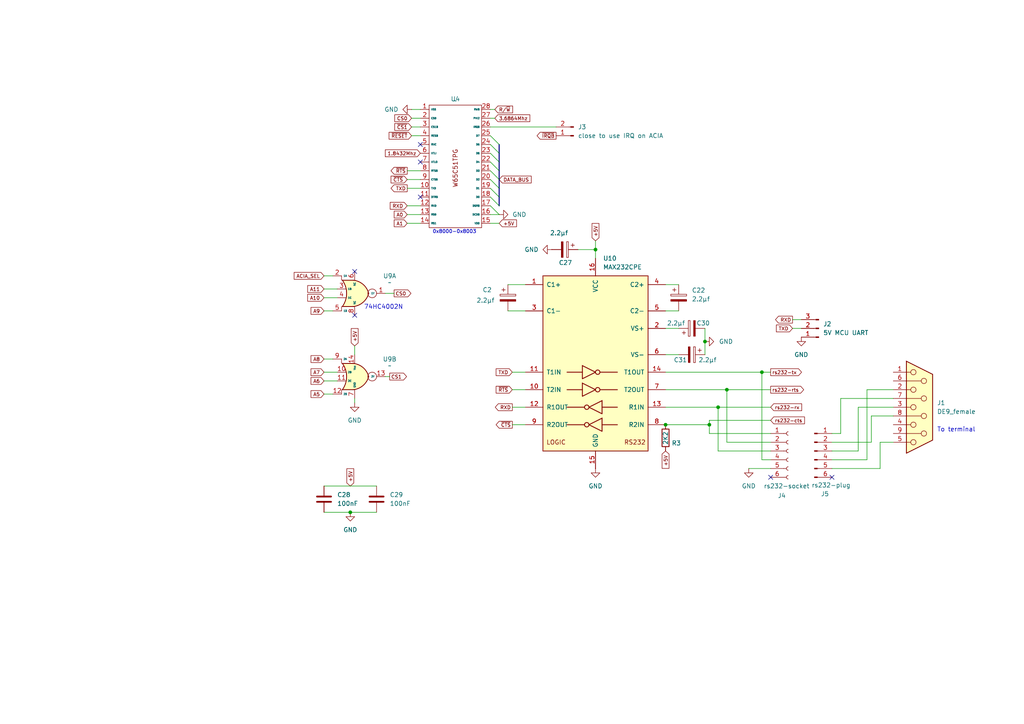
<source format=kicad_sch>
(kicad_sch (version 20231120) (generator "eeschema") (generator_version "8.0")
  (paper "A4")
  (lib_symbols
    (symbol "Connector:Conn_01x02_Pin" (pin_names (offset 1.016) hide)
      (property "Reference" "J" (at 0 2.54 0))
      (property "Value" "Conn_01x02_Pin" (at 0 -5.08 0))
      (symbol "Conn_01x02_Pin_1_1"
        (polyline (pts (xy 1.27 -2.54) (xy 0.8636 -2.54)) (stroke (width 0.1524)))
        (polyline (pts (xy 1.27 0) (xy 0.8636 0)) (stroke (width 0.1524)))
        (rectangle (start 0.8636 -2.413) (end 0 -2.667) (stroke (width 0.1524)) (fill (type outline)))
        (rectangle (start 0.8636 0.127) (end 0 -0.127) (stroke (width 0.1524)) (fill (type outline)))
        (pin passive line (at 5.08 0 180) (length 3.81) (name "Pin_1") (number "1"))
        (pin passive line (at 5.08 -2.54 180) (length 3.81) (name "Pin_2") (number "2"))
      )
    )
    (symbol "Connector:Conn_01x03_Pin" (pin_names (offset 1.016) hide)
      (property "Reference" "J" (at 0 5.08 0))
      (property "Value" "Conn_01x03_Pin" (at 0 -5.08 0))
      (symbol "Conn_01x03_Pin_1_1"
        (polyline (pts (xy 1.27 -2.54) (xy 0.8636 -2.54)) (stroke (width 0.1524)))
        (polyline (pts (xy 1.27 0) (xy 0.8636 0)) (stroke (width 0.1524)))
        (polyline (pts (xy 1.27 2.54) (xy 0.8636 2.54)) (stroke (width 0.1524)))
        (rectangle (start 0.8636 -2.413) (end 0 -2.667) (stroke (width 0.1524)) (fill (type outline)))
        (rectangle (start 0.8636 0.127) (end 0 -0.127) (stroke (width 0.1524)) (fill (type outline)))
        (rectangle (start 0.8636 2.667) (end 0 2.413) (stroke (width 0.1524)) (fill (type outline)))
        (pin passive line (at 5.08 2.54 180) (length 3.81) (name "Pin_1") (number "1"))
        (pin passive line (at 5.08 0 180) (length 3.81) (name "Pin_2") (number "2"))
        (pin passive line (at 5.08 -2.54 180) (length 3.81) (name "Pin_3") (number "3"))
      )
    )
    (symbol "Connector:Conn_01x06_Pin" (pin_names (offset 1.016) hide)
      (property "Reference" "J" (at 0 7.62 0))
      (property "Value" "Conn_01x06_Pin" (at 0 -10.16 0))
      (symbol "Conn_01x06_Pin_1_1"
        (polyline (pts (xy 1.27 -7.62) (xy 0.8636 -7.62)) (stroke (width 0.1524)))
        (polyline (pts (xy 1.27 -5.08) (xy 0.8636 -5.08)) (stroke (width 0.1524)))
        (polyline (pts (xy 1.27 -2.54) (xy 0.8636 -2.54)) (stroke (width 0.1524)))
        (polyline (pts (xy 1.27 0) (xy 0.8636 0)) (stroke (width 0.1524)))
        (polyline (pts (xy 1.27 2.54) (xy 0.8636 2.54)) (stroke (width 0.1524)))
        (polyline (pts (xy 1.27 5.08) (xy 0.8636 5.08)) (stroke (width 0.1524)))
        (rectangle (start 0.8636 -7.493) (end 0 -7.747) (stroke (width 0.1524)) (fill (type outline)))
        (rectangle (start 0.8636 -4.953) (end 0 -5.207) (stroke (width 0.1524)) (fill (type outline)))
        (rectangle (start 0.8636 -2.413) (end 0 -2.667) (stroke (width 0.1524)) (fill (type outline)))
        (rectangle (start 0.8636 0.127) (end 0 -0.127) (stroke (width 0.1524)) (fill (type outline)))
        (rectangle (start 0.8636 2.667) (end 0 2.413) (stroke (width 0.1524)) (fill (type outline)))
        (rectangle (start 0.8636 5.207) (end 0 4.953) (stroke (width 0.1524)) (fill (type outline)))
        (pin passive line (at 5.08 5.08 180) (length 3.81) (name "Pin_1") (number "1"))
        (pin passive line (at 5.08 2.54 180) (length 3.81) (name "Pin_2") (number "2"))
        (pin passive line (at 5.08 0 180) (length 3.81) (name "Pin_3") (number "3"))
        (pin passive line (at 5.08 -2.54 180) (length 3.81) (name "Pin_4") (number "4"))
        (pin passive line (at 5.08 -5.08 180) (length 3.81) (name "Pin_5") (number "5"))
        (pin passive line (at 5.08 -7.62 180) (length 3.81) (name "Pin_6") (number "6"))
      )
    )
    (symbol "Connector:Conn_01x06_Socket" (pin_names (offset 1.016) hide)
      (property "Reference" "J" (at 0 7.62 0))
      (property "Value" "Conn_01x06_Socket" (at 0 -10.16 0))
      (symbol "Conn_01x06_Socket_1_1"
        (arc (start 0 -7.112) (mid -0.5058 -7.62) (end 0 -8.128) (stroke (width 0.1524)))
        (arc (start 0 -4.572) (mid -0.5058 -5.08) (end 0 -5.588) (stroke (width 0.1524)))
        (arc (start 0 -2.032) (mid -0.5058 -2.54) (end 0 -3.048) (stroke (width 0.1524)))
        (polyline (pts (xy -1.27 -7.62) (xy -0.508 -7.62)) (stroke (width 0.1524)))
        (polyline (pts (xy -1.27 -5.08) (xy -0.508 -5.08)) (stroke (width 0.1524)))
        (polyline (pts (xy -1.27 -2.54) (xy -0.508 -2.54)) (stroke (width 0.1524)))
        (polyline (pts (xy -1.27 0) (xy -0.508 0)) (stroke (width 0.1524)))
        (polyline (pts (xy -1.27 2.54) (xy -0.508 2.54)) (stroke (width 0.1524)))
        (polyline (pts (xy -1.27 5.08) (xy -0.508 5.08)) (stroke (width 0.1524)))
        (arc (start 0 0.508) (mid -0.5058 0) (end 0 -0.508) (stroke (width 0.1524)))
        (arc (start 0 3.048) (mid -0.5058 2.54) (end 0 2.032) (stroke (width 0.1524)))
        (arc (start 0 5.588) (mid -0.5058 5.08) (end 0 4.572) (stroke (width 0.1524)))
        (pin passive line (at -5.08 5.08 0) (length 3.81) (name "Pin_1") (number "1"))
        (pin passive line (at -5.08 2.54 0) (length 3.81) (name "Pin_2") (number "2"))
        (pin passive line (at -5.08 0 0) (length 3.81) (name "Pin_3") (number "3"))
        (pin passive line (at -5.08 -2.54 0) (length 3.81) (name "Pin_4") (number "4"))
        (pin passive line (at -5.08 -5.08 0) (length 3.81) (name "Pin_5") (number "5"))
        (pin passive line (at -5.08 -7.62 0) (length 3.81) (name "Pin_6") (number "6"))
      )
    )
    (symbol "Connector:DE9_Receptacle" (pin_names (offset 1.016) hide)
      (property "Reference" "J" (at 0 13.97 0))
      (property "Value" "DE9_Receptacle" (at 0 -14.605 0))
      (symbol "DE9_Receptacle_0_1"
        (circle (center -1.778 -10.16) (radius 0.762))
        (circle (center -1.778 -5.08) (radius 0.762))
        (circle (center -1.778 0) (radius 0.762))
        (circle (center -1.778 5.08) (radius 0.762))
        (circle (center -1.778 10.16) (radius 0.762))
        (polyline (pts (xy -3.81 -10.16) (xy -2.54 -10.16)))
        (polyline (pts (xy -3.81 -7.62) (xy 0.508 -7.62)))
        (polyline (pts (xy -3.81 -5.08) (xy -2.54 -5.08)))
        (polyline (pts (xy -3.81 -2.54) (xy 0.508 -2.54)))
        (polyline (pts (xy -3.81 0) (xy -2.54 0)))
        (polyline (pts (xy -3.81 2.54) (xy 0.508 2.54)))
        (polyline (pts (xy -3.81 5.08) (xy -2.54 5.08)))
        (polyline (pts (xy -3.81 7.62) (xy 0.508 7.62)))
        (polyline (pts (xy -3.81 10.16) (xy -2.54 10.16)))
        (polyline (pts (xy -3.81 13.335) (xy -3.81 -13.335) (xy 3.81 -9.525) (xy 3.81 9.525) (xy -3.81 13.335)) (stroke (width 0.254)) (fill (type background)))
        (circle (center 1.27 -7.62) (radius 0.762))
        (circle (center 1.27 -2.54) (radius 0.762))
        (circle (center 1.27 2.54) (radius 0.762))
        (circle (center 1.27 7.62) (radius 0.762))
      )
      (symbol "DE9_Receptacle_1_1"
        (pin passive line (at -7.62 10.16 0) (length 3.81) (name "1") (number "1"))
        (pin passive line (at -7.62 5.08 0) (length 3.81) (name "2") (number "2"))
        (pin passive line (at -7.62 0 0) (length 3.81) (name "3") (number "3"))
        (pin passive line (at -7.62 -5.08 0) (length 3.81) (name "4") (number "4"))
        (pin passive line (at -7.62 -10.16 0) (length 3.81) (name "5") (number "5"))
        (pin passive line (at -7.62 7.62 0) (length 3.81) (name "6") (number "6"))
        (pin passive line (at -7.62 2.54 0) (length 3.81) (name "7") (number "7"))
        (pin passive line (at -7.62 -2.54 0) (length 3.81) (name "8") (number "8"))
        (pin passive line (at -7.62 -7.62 0) (length 3.81) (name "9") (number "9"))
      )
    )
    (symbol "Device:C" (pin_numbers hide) (pin_names (offset 0.254))
      (property "Reference" "C" (at 0.635 2.54 0))
      (property "Value" "C" (at 0.635 -2.54 0))
      (symbol "C_0_1"
        (polyline (pts (xy -2.032 -0.762) (xy 2.032 -0.762)) (stroke (width 0.508)))
        (polyline (pts (xy -2.032 0.762) (xy 2.032 0.762)) (stroke (width 0.508)))
      )
      (symbol "C_1_1"
        (pin passive line (at 0 3.81 270) (length 2.794) (name "~") (number "1"))
        (pin passive line (at 0 -3.81 90) (length 2.794) (name "~") (number "2"))
      )
    )
    (symbol "Device:C_Polarized" (pin_numbers hide) (pin_names (offset 0.254))
      (property "Reference" "C" (at 0.635 2.54 0))
      (property "Value" "C_Polarized" (at 0.635 -2.54 0))
      (symbol "C_Polarized_0_1"
        (rectangle (start -2.286 0.508) (end 2.286 1.016))
        (polyline (pts (xy -1.778 2.286) (xy -0.762 2.286)))
        (polyline (pts (xy -1.27 2.794) (xy -1.27 1.778)))
        (rectangle (start 2.286 -0.508) (end -2.286 -1.016) (fill (type outline)))
      )
      (symbol "C_Polarized_1_1"
        (pin passive line (at 0 3.81 270) (length 2.794) (name "~") (number "1"))
        (pin passive line (at 0 -3.81 90) (length 2.794) (name "~") (number "2"))
      )
    )
    (symbol "Device:R" (pin_numbers hide) (pin_names (offset 0))
      (property "Reference" "R" (at 2.032 0 90))
      (property "Value" "R" (at 0 0 90))
      (symbol "R_0_1"
        (rectangle (start -1.016 -2.54) (end 1.016 2.54) (stroke (width 0.254)))
      )
      (symbol "R_1_1"
        (pin passive line (at 0 3.81 270) (length 1.27) (name "~") (number "1"))
        (pin passive line (at 0 -3.81 90) (length 1.27) (name "~") (number "2"))
      )
    )
    (symbol "Interface_UART:MAX232" (pin_names (offset 1.016))
      (property "Reference" "U" (at -2.54 28.575 0))
      (property "Value" "MAX232" (at -2.54 26.67 0))
      (symbol "MAX232_0_0"
        (text "LOGIC" (at -11.43 -22.86 0) (effects (font (size 1.27 1.27))))
        (text "RS232" (at 11.43 -22.86 0) (effects (font (size 1.27 1.27))))
      )
      (symbol "MAX232_0_1"
        (rectangle (start -15.24 -25.4) (end 15.24 25.4) (stroke (width 0.254)) (fill (type background)))
        (circle (center -2.54 -17.78) (radius 0.635) (stroke (width 0.254)))
        (circle (center -2.54 -12.7) (radius 0.635) (stroke (width 0.254)))
        (polyline (pts (xy -3.81 -7.62) (xy -8.255 -7.62)) (stroke (width 0.254)))
        (polyline (pts (xy -3.81 -2.54) (xy -8.255 -2.54)) (stroke (width 0.254)))
        (polyline (pts (xy -3.175 -17.78) (xy -8.255 -17.78)) (stroke (width 0.254)))
        (polyline (pts (xy -3.175 -12.7) (xy -8.255 -12.7)) (stroke (width 0.254)))
        (polyline (pts (xy 1.27 -7.62) (xy 6.35 -7.62)) (stroke (width 0.254)))
        (polyline (pts (xy 1.27 -2.54) (xy 6.35 -2.54)) (stroke (width 0.254)))
        (polyline (pts (xy 1.905 -17.78) (xy 6.35 -17.78)) (stroke (width 0.254)))
        (polyline (pts (xy 1.905 -12.7) (xy 6.35 -12.7)) (stroke (width 0.254)))
        (polyline (pts (xy -3.81 -5.715) (xy -3.81 -9.525) (xy 0 -7.62) (xy -3.81 -5.715)) (stroke (width 0.254)))
        (polyline (pts (xy -3.81 -0.635) (xy -3.81 -4.445) (xy 0 -2.54) (xy -3.81 -0.635)) (stroke (width 0.254)))
        (polyline (pts (xy 1.905 -15.875) (xy 1.905 -19.685) (xy -1.905 -17.78) (xy 1.905 -15.875)) (stroke (width 0.254)))
        (polyline (pts (xy 1.905 -10.795) (xy 1.905 -14.605) (xy -1.905 -12.7) (xy 1.905 -10.795)) (stroke (width 0.254)))
        (circle (center 0.635 -7.62) (radius 0.635) (stroke (width 0.254)))
        (circle (center 0.635 -2.54) (radius 0.635) (stroke (width 0.254)))
      )
      (symbol "MAX232_1_1"
        (pin passive line (at -20.32 22.86 0) (length 5.08) (name "C1+") (number "1"))
        (pin input line (at -20.32 -7.62 0) (length 5.08) (name "T2IN") (number "10"))
        (pin input line (at -20.32 -2.54 0) (length 5.08) (name "T1IN") (number "11"))
        (pin output line (at -20.32 -12.7 0) (length 5.08) (name "R1OUT") (number "12"))
        (pin input line (at 20.32 -12.7 180) (length 5.08) (name "R1IN") (number "13"))
        (pin output line (at 20.32 -2.54 180) (length 5.08) (name "T1OUT") (number "14"))
        (pin power_in line (at 0 -30.48 90) (length 5.08) (name "GND") (number "15"))
        (pin power_in line (at 0 30.48 270) (length 5.08) (name "VCC") (number "16"))
        (pin power_out line (at 20.32 10.16 180) (length 5.08) (name "VS+") (number "2"))
        (pin passive line (at -20.32 15.24 0) (length 5.08) (name "C1-") (number "3"))
        (pin passive line (at 20.32 22.86 180) (length 5.08) (name "C2+") (number "4"))
        (pin passive line (at 20.32 15.24 180) (length 5.08) (name "C2-") (number "5"))
        (pin power_out line (at 20.32 2.54 180) (length 5.08) (name "VS-") (number "6"))
        (pin output line (at 20.32 -7.62 180) (length 5.08) (name "T2OUT") (number "7"))
        (pin input line (at 20.32 -17.78 180) (length 5.08) (name "R2IN") (number "8"))
        (pin output line (at -20.32 -17.78 0) (length 5.08) (name "R2OUT") (number "9"))
      )
    )
    (symbol "W65Cxx:W65C51STPG"
      (property "Reference" "U" (at -1.27 18.796 0))
      (symbol "W65C51STPG_0_1"
        (rectangle (start -7.62 17.78) (end 7.62 -17.78))
      )
      (symbol "W65C51STPG_1_1"
        (text "W65C51TPG" (at 0 -0.508 900) (effects (font (size 1.27 1.27))))
        (pin power_in line (at -10.16 16.51 0) (length 2.54) (name "VSS") (number "1"))
        (pin output line (at -10.16 -6.35 0) (length 2.54) (name "TXD") (number "10"))
        (pin output line (at -10.16 -8.89 0) (length 2.54) (name "DTRB") (number "11"))
        (pin input line (at -10.16 -11.43 0) (length 2.54) (name "RXD") (number "12"))
        (pin input line (at -10.16 -13.97 0) (length 2.54) (name "RS0") (number "13"))
        (pin input line (at -10.16 -16.51 0) (length 2.54) (name "RS1") (number "14"))
        (pin power_in line (at 10.16 -16.51 180) (length 2.54) (name "VDD") (number "15"))
        (pin input line (at 10.16 -13.97 180) (length 2.54) (name "DCDB") (number "16"))
        (pin input line (at 10.16 -11.43 180) (length 2.54) (name "DSRB") (number "17"))
        (pin bidirectional line (at 10.16 -8.89 180) (length 2.54) (name "D0") (number "18"))
        (pin bidirectional line (at 10.16 -6.35 180) (length 2.54) (name "D1") (number "19"))
        (pin input line (at -10.16 13.97 0) (length 2.54) (name "CS0") (number "2"))
        (pin bidirectional line (at 10.16 -3.81 180) (length 2.54) (name "D2") (number "20"))
        (pin bidirectional line (at 10.16 -1.27 180) (length 2.54) (name "D3") (number "21"))
        (pin bidirectional line (at 10.16 1.27 180) (length 2.54) (name "D4") (number "22"))
        (pin bidirectional line (at 10.16 3.81 180) (length 2.54) (name "D5") (number "23"))
        (pin bidirectional line (at 10.16 6.35 180) (length 2.54) (name "D6") (number "24"))
        (pin bidirectional line (at 10.16 8.89 180) (length 2.54) (name "D7") (number "25"))
        (pin output line (at 10.16 11.43 180) (length 2.54) (name "IRQB") (number "26"))
        (pin input line (at 10.16 13.97 180) (length 2.54) (name "PHI2") (number "27"))
        (pin input line (at 10.16 16.51 180) (length 2.54) (name "RWB") (number "28"))
        (pin input line (at -10.16 11.43 0) (length 2.54) (name "CS1B") (number "3"))
        (pin input line (at -10.16 8.89 0) (length 2.54) (name "RESB") (number "4"))
        (pin bidirectional line (at -10.16 6.35 0) (length 2.54) (name "RXC") (number "5"))
        (pin input line (at -10.16 3.81 0) (length 2.54) (name "XTLI") (number "6"))
        (pin output line (at -10.16 1.27 0) (length 2.54) (name "XTLO") (number "7"))
        (pin output line (at -10.16 -1.27 0) (length 2.54) (name "RTSB") (number "8"))
        (pin input line (at -10.16 -3.81 0) (length 2.54) (name "CTSB") (number "9"))
      )
    )
    (symbol "logic_gate:CD74HC4002"
      (property "Reference" "U" (at -0.762 7.62 0))
      (symbol "CD74HC4002_1_1"
        (arc (start -3.5562 3.81) (mid -2.3352 7.62) (end -3.5562 11.43) (stroke (width 0.254)))
        (arc (start -0.3558 3.81) (mid 2.4393 5.036) (end 4.0638 7.62) (stroke (width 0.254)) (fill (type background)))
        (polyline (pts (xy -3.81 3.81) (xy -3.81 2.54)))
        (polyline (pts (xy -3.81 11.43) (xy -3.81 12.7)))
        (polyline (pts (xy -3.5562 3.81) (xy -0.3812 3.81)) (stroke (width 0.254)) (fill (type background)))
        (polyline (pts (xy -3.5562 11.43) (xy -0.3812 11.43)) (stroke (width 0.254)) (fill (type background)))
        (polyline (pts (xy -0.3812 11.43) (xy -3.5562 11.43) (xy -3.5562 11.43) (xy -3.3022 11.0236) (xy -2.7688 9.8806) (xy -2.4386 8.6614) (xy -2.3624 7.366) (xy -2.5148 6.1214) (xy -2.9212 4.9022) (xy -3.5562 3.81) (xy -3.5562 3.81) (xy -0.3812 3.81)) (stroke (width -25.4)) (fill (type background)))
        (arc (start 4.0638 7.62) (mid 2.4466 10.2125) (end -0.3558 11.43) (stroke (width 0.254)) (fill (type background)))
        (circle (center 5.08 7.62) (radius 1.27))
        (pin output line (at 8.89 7.62 180) (length 2.54) (name "1Y") (number "1"))
        (pin input line (at -6.35 12.7 0) (length 2.54) (name "1A") (number "2"))
        (pin input line (at -5.08 8.89 0) (length 2.54) (name "1B") (number "3"))
        (pin input line (at -5.08 6.35 0) (length 2.54) (name "1C") (number "4"))
        (pin input line (at -6.35 2.54 0) (length 2.54) (name "1D") (number "5"))
        (pin free line (at 0 13.97 270) (length 2.54) (name "NC") (number "6"))
        (pin free line (at 0 1.27 90) (length 2.54) (name "NC") (number "8"))
      )
      (symbol "CD74HC4002_2_1"
        (arc (start -3.5562 -15.24) (mid -2.3352 -11.43) (end -3.5562 -7.62) (stroke (width 0.254)))
        (arc (start -0.3558 -15.24) (mid 2.4393 -14.014) (end 4.0638 -11.43) (stroke (width 0.254)) (fill (type background)))
        (polyline (pts (xy -3.81 -15.24) (xy -3.81 -16.51)))
        (polyline (pts (xy -3.81 -7.62) (xy -3.81 -6.35)))
        (polyline (pts (xy -3.5562 -15.24) (xy -0.3812 -15.24)) (stroke (width 0.254)) (fill (type background)))
        (polyline (pts (xy -3.5562 -7.62) (xy -0.3812 -7.62)) (stroke (width 0.254)) (fill (type background)))
        (polyline (pts (xy -0.3812 -7.62) (xy -3.5562 -7.62) (xy -3.5562 -7.62) (xy -3.3022 -8.0264) (xy -2.7688 -9.1694) (xy -2.4386 -10.3886) (xy -2.3624 -11.684) (xy -2.5148 -12.9286) (xy -2.9212 -14.1478) (xy -3.5562 -15.24) (xy -3.5562 -15.24) (xy -0.3812 -15.24)) (stroke (width -25.4)) (fill (type background)))
        (arc (start 4.0638 -11.43) (mid 2.4466 -8.8375) (end -0.3558 -7.62) (stroke (width 0.254)) (fill (type background)))
        (circle (center 5.08 -11.43) (radius 1.27))
        (pin input line (at -5.08 -10.16 0) (length 2.54) (name "2B") (number "10"))
        (pin input line (at -5.08 -12.7 0) (length 2.54) (name "2C") (number "11"))
        (pin input line (at -6.35 -16.51 0) (length 2.54) (name "2D") (number "12"))
        (pin output line (at 8.89 -11.43 180) (length 2.54) (name "2Y") (number "13"))
        (pin power_in line (at 0 -5.08 270) (length 2.54) (name "Vcc") (number "14"))
        (pin power_in line (at 0 -17.78 90) (length 2.54) (name "GND") (number "7"))
        (pin input line (at -6.35 -6.35 0) (length 2.54) (name "2A") (number "9"))
      )
    )
    (symbol "power:GND" (power) (pin_numbers hide) (pin_names (offset 0) hide)
      (property "Value" "GND" (at 0 -3.81 0))
      (symbol "GND_0_1"
        (polyline (pts (xy 0 0) (xy 0 -1.27) (xy 1.27 -1.27) (xy 0 -2.54) (xy -1.27 -1.27) (xy 0 -1.27)))
      )
      (symbol "GND_1_1"
        (pin power_in line (at 0 0 270) (length 0) (name "~") (number "1"))
      )
    )
  )
  (junction (at 208.28 118.11))
  (junction (at 205.74 123.19))
  (junction (at 210.82 113.03))
  (junction (at 220.98 107.95))
  (junction (at 172.72 72.39))
  (junction (at 204.47 99.06))
  (junction (at 101.6 148.59))
  (junction (at 193.04 123.19))
  (no_connect (at 241.3 138.43))
  (no_connect (at 121.92 57.15))
  (no_connect (at 102.87 91.44))
  (no_connect (at 102.87 78.74))
  (no_connect (at 121.92 46.99))
  (no_connect (at 121.92 41.91))
  (no_connect (at 223.52 138.43))
  (bus_entry (at 142.24 49.53) (size 2.54 2.54))
  (bus_entry (at 142.24 44.45) (size 2.54 2.54))
  (bus_entry (at 142.24 59.69) (size 2.54 2.54))
  (bus_entry (at 142.24 57.15) (size 2.54 2.54))
  (bus_entry (at 142.24 54.61) (size 2.54 2.54))
  (bus_entry (at 142.24 41.91) (size 2.54 2.54))
  (bus_entry (at 142.24 39.37) (size 2.54 2.54))
  (bus_entry (at 142.24 46.99) (size 2.54 2.54))
  (bus_entry (at 142.24 52.07) (size 2.54 2.54))
  (wire (pts (xy 93.98 140.97) (xy 109.22 140.97)))
  (wire (pts (xy 193.04 102.87) (xy 196.85 102.87)))
  (wire (pts (xy 223.52 133.35) (xy 220.98 133.35)))
  (wire (pts (xy 119.38 39.37) (xy 121.92 39.37)))
  (wire (pts (xy 93.98 80.01) (xy 96.52 80.01)))
  (wire (pts (xy 205.74 125.73) (xy 223.52 125.73)))
  (wire (pts (xy 241.3 133.35) (xy 251.46 133.35)))
  (wire (pts (xy 93.98 114.3) (xy 96.52 114.3)))
  (wire (pts (xy 93.98 104.14) (xy 96.52 104.14)))
  (wire (pts (xy 251.46 133.35) (xy 251.46 113.03)))
  (wire (pts (xy 243.84 125.73) (xy 241.3 125.73)))
  (wire (pts (xy 193.04 123.19) (xy 205.74 123.19)))
  (wire (pts (xy 147.32 90.17) (xy 152.4 90.17)))
  (bus (pts (xy 144.78 54.61) (xy 144.78 57.15)))
  (wire (pts (xy 259.08 128.27) (xy 255.27 128.27)))
  (wire (pts (xy 148.59 118.11) (xy 152.4 118.11)))
  (wire (pts (xy 248.92 118.11) (xy 259.08 118.11)))
  (wire (pts (xy 193.04 82.55) (xy 196.85 82.55)))
  (wire (pts (xy 118.11 49.53) (xy 121.92 49.53)))
  (wire (pts (xy 118.11 62.23) (xy 121.92 62.23)))
  (wire (pts (xy 118.11 54.61) (xy 121.92 54.61)))
  (wire (pts (xy 142.24 64.77) (xy 144.78 64.77)))
  (wire (pts (xy 119.38 31.75) (xy 121.92 31.75)))
  (wire (pts (xy 172.72 72.39) (xy 172.72 74.93)))
  (wire (pts (xy 93.98 90.17) (xy 96.52 90.17)))
  (wire (pts (xy 248.92 118.11) (xy 248.92 130.81)))
  (wire (pts (xy 193.04 95.25) (xy 196.85 95.25)))
  (wire (pts (xy 93.98 107.95) (xy 97.79 107.95)))
  (wire (pts (xy 93.98 86.36) (xy 97.79 86.36)))
  (wire (pts (xy 102.87 100.33) (xy 102.87 102.87)))
  (wire (pts (xy 251.46 113.03) (xy 259.08 113.03)))
  (wire (pts (xy 255.27 128.27) (xy 255.27 135.89)))
  (wire (pts (xy 119.38 34.29) (xy 121.92 34.29)))
  (wire (pts (xy 142.24 34.29) (xy 143.51 34.29)))
  (wire (pts (xy 205.74 123.19) (xy 205.74 125.73)))
  (wire (pts (xy 142.24 62.23) (xy 144.78 62.23)))
  (wire (pts (xy 223.52 121.92) (xy 205.74 121.92)))
  (wire (pts (xy 93.98 83.82) (xy 97.79 83.82)))
  (bus (pts (xy 144.78 57.15) (xy 144.78 59.69)))
  (wire (pts (xy 208.28 118.11) (xy 223.52 118.11)))
  (wire (pts (xy 93.98 110.49) (xy 97.79 110.49)))
  (bus (pts (xy 144.78 46.99) (xy 144.78 49.53)))
  (wire (pts (xy 142.24 31.75) (xy 143.51 31.75)))
  (wire (pts (xy 167.64 72.39) (xy 172.72 72.39)))
  (wire (pts (xy 210.82 113.03) (xy 210.82 128.27)))
  (wire (pts (xy 204.47 95.25) (xy 204.47 99.06)))
  (wire (pts (xy 243.84 115.57) (xy 243.84 125.73)))
  (wire (pts (xy 210.82 113.03) (xy 223.52 113.03)))
  (bus (pts (xy 144.78 44.45) (xy 144.78 46.99)))
  (wire (pts (xy 259.08 115.57) (xy 243.84 115.57)))
  (wire (pts (xy 210.82 128.27) (xy 223.52 128.27)))
  (bus (pts (xy 144.78 41.91) (xy 144.78 44.45)))
  (wire (pts (xy 111.76 109.22) (xy 113.03 109.22)))
  (bus (pts (xy 144.78 49.53) (xy 144.78 52.07)))
  (wire (pts (xy 204.47 99.06) (xy 204.47 102.87)))
  (wire (pts (xy 205.74 121.92) (xy 205.74 123.19)))
  (wire (pts (xy 193.04 90.17) (xy 196.85 90.17)))
  (wire (pts (xy 220.98 133.35) (xy 220.98 107.95)))
  (wire (pts (xy 119.38 36.83) (xy 121.92 36.83)))
  (wire (pts (xy 118.11 59.69) (xy 121.92 59.69)))
  (wire (pts (xy 229.87 92.71) (xy 232.41 92.71)))
  (wire (pts (xy 93.98 148.59) (xy 101.6 148.59)))
  (wire (pts (xy 101.6 148.59) (xy 109.22 148.59)))
  (wire (pts (xy 193.04 118.11) (xy 208.28 118.11)))
  (wire (pts (xy 102.87 115.57) (xy 102.87 116.84)))
  (wire (pts (xy 208.28 118.11) (xy 208.28 130.81)))
  (wire (pts (xy 142.24 36.83) (xy 161.29 36.83)))
  (wire (pts (xy 252.73 120.65) (xy 252.73 128.27)))
  (wire (pts (xy 147.32 82.55) (xy 152.4 82.55)))
  (wire (pts (xy 248.92 130.81) (xy 241.3 130.81)))
  (wire (pts (xy 193.04 113.03) (xy 210.82 113.03)))
  (wire (pts (xy 172.72 69.85) (xy 172.72 72.39)))
  (wire (pts (xy 118.11 52.07) (xy 121.92 52.07)))
  (wire (pts (xy 148.59 123.19) (xy 152.4 123.19)))
  (wire (pts (xy 193.04 107.95) (xy 220.98 107.95)))
  (wire (pts (xy 118.11 64.77) (xy 121.92 64.77)))
  (wire (pts (xy 252.73 128.27) (xy 241.3 128.27)))
  (wire (pts (xy 148.59 113.03) (xy 152.4 113.03)))
  (wire (pts (xy 259.08 120.65) (xy 252.73 120.65)))
  (wire (pts (xy 229.87 95.25) (xy 232.41 95.25)))
  (wire (pts (xy 208.28 130.81) (xy 223.52 130.81)))
  (wire (pts (xy 217.17 135.89) (xy 223.52 135.89)))
  (wire (pts (xy 111.76 85.09) (xy 114.3 85.09)))
  (wire (pts (xy 255.27 135.89) (xy 241.3 135.89)))
  (wire (pts (xy 148.59 107.95) (xy 152.4 107.95)))
  (wire (pts (xy 220.98 107.95) (xy 223.52 107.95)))
  (bus (pts (xy 144.78 52.07) (xy 144.78 54.61)))
  (text "To terminal" (at 277.368 124.714 0) (effects (font (size 1.27 1.27))))
  (text "74HC4002N" (at 111.252 89.154 0) (effects (font (size 1.27 1.27))))
  (text "0x8000-0x8003" (at 131.826 67.31 0) (effects (font (size 1.016 1.016))))
  (global_label "TXD" (shape input) (at 148.59 107.95 180) (effects (font (size 1.016 1.016))) (property "Intersheetrefs" "${INTERSHEET_REFS}" (effects (hide yes))))
  (global_label "+5V" (shape input) (at 102.87 100.33 90) (effects (font (size 1.016 1.016))) (property "Intersheetrefs" "${INTERSHEET_REFS}" (effects (hide yes))))
  (global_label "rs232-rx" (shape input) (at 223.52 118.11 0) (effects (font (size 1.016 1.016))) (property "Intersheetrefs" "${INTERSHEET_REFS}" (effects (hide yes))))
  (global_label "A6" (shape input) (at 93.98 110.49 180) (effects (font (size 1.016 1.016))) (property "Intersheetrefs" "${INTERSHEET_REFS}" (effects (hide yes))))
  (global_label "A7" (shape input) (at 93.98 107.95 180) (effects (font (size 1.016 1.016))) (property "Intersheetrefs" "${INTERSHEET_REFS}" (effects (hide yes))))
  (global_label "1.8432Mhz" (shape input) (at 121.92 44.45 180) (effects (font (size 1.016 1.016))) (property "Intersheetrefs" "${INTERSHEET_REFS}" (effects (hide yes))))
  (global_label "RXD" (shape output) (at 148.59 118.11 180) (effects (font (size 1.016 1.016))) (property "Intersheetrefs" "${INTERSHEET_REFS}" (effects (hide yes))))
  (global_label "~{RTS}" (shape output) (at 118.11 49.53 180) (effects (font (size 1.016 1.016))) (property "Intersheetrefs" "${INTERSHEET_REFS}" (effects (hide yes))))
  (global_label "TXD" (shape output) (at 118.11 54.61 180) (effects (font (size 1.016 1.016))) (property "Intersheetrefs" "${INTERSHEET_REFS}" (effects (hide yes))))
  (global_label "~{RESET}" (shape input) (at 119.38 39.37 180) (effects (font (size 1.016 1.016))) (property "Intersheetrefs" "${INTERSHEET_REFS}" (effects (hide yes))))
  (global_label "+5V" (shape input) (at 144.78 64.77 0) (effects (font (size 1.016 1.016))) (property "Intersheetrefs" "${INTERSHEET_REFS}" (effects (hide yes))))
  (global_label "rs232-cts" (shape input) (at 223.52 121.92 0) (effects (font (size 1.016 1.016))) (property "Intersheetrefs" "${INTERSHEET_REFS}" (effects (hide yes))))
  (global_label "R{slash}~{W}" (shape input) (at 143.51 31.75 0) (effects (font (size 1.016 1.016))) (property "Intersheetrefs" "${INTERSHEET_REFS}" (effects (hide yes))))
  (global_label "~{CTS}" (shape output) (at 148.59 123.19 180) (effects (font (size 1.016 1.016))) (property "Intersheetrefs" "${INTERSHEET_REFS}" (effects (hide yes))))
  (global_label "RXD" (shape input) (at 118.11 59.69 180) (effects (font (size 1.016 1.016))) (property "Intersheetrefs" "${INTERSHEET_REFS}" (effects (hide yes))))
  (global_label "CS0" (shape output) (at 114.3 85.09 0) (effects (font (size 1.016 1.016))) (property "Intersheetrefs" "${INTERSHEET_REFS}" (effects (hide yes))))
  (global_label "DATA_BUS" (shape input) (at 144.78 52.07 0) (effects (font (size 1.016 1.016))) (property "Intersheetrefs" "${INTERSHEET_REFS}" (effects (hide yes))))
  (global_label "ACIA_SEL" (shape input) (at 93.98 80.01 180) (effects (font (size 1.016 1.016))) (property "Intersheetrefs" "${INTERSHEET_REFS}" (effects (hide yes))))
  (global_label "~{RTS}" (shape input) (at 148.59 113.03 180) (effects (font (size 1.016 1.016))) (property "Intersheetrefs" "${INTERSHEET_REFS}" (effects (hide yes))))
  (global_label "A8" (shape input) (at 93.98 104.14 180) (effects (font (size 1.016 1.016))) (property "Intersheetrefs" "${INTERSHEET_REFS}" (effects (hide yes))))
  (global_label "A9" (shape input) (at 93.98 90.17 180) (effects (font (size 1.016 1.016))) (property "Intersheetrefs" "${INTERSHEET_REFS}" (effects (hide yes))))
  (global_label "~{CS1}" (shape input) (at 119.38 36.83 180) (effects (font (size 1.016 1.016))) (property "Intersheetrefs" "${INTERSHEET_REFS}" (effects (hide yes))))
  (global_label "CS1" (shape output) (at 113.03 109.22 0) (effects (font (size 1.016 1.016))) (property "Intersheetrefs" "${INTERSHEET_REFS}" (effects (hide yes))))
  (global_label "+5V" (shape input) (at 101.6 140.97 90) (effects (font (size 1.016 1.016))) (property "Intersheetrefs" "${INTERSHEET_REFS}" (effects (hide yes))))
  (global_label "~{IRQB}" (shape output) (at 161.29 39.37 180) (effects (font (size 1.016 1.016))) (property "Intersheetrefs" "${INTERSHEET_REFS}" (effects (hide yes))))
  (global_label "rs232-rts" (shape output) (at 223.52 113.03 0) (effects (font (size 1.016 1.016))) (property "Intersheetrefs" "${INTERSHEET_REFS}" (effects (hide yes))))
  (global_label "~{CTS}" (shape input) (at 118.11 52.07 180) (effects (font (size 1.016 1.016))) (property "Intersheetrefs" "${INTERSHEET_REFS}" (effects (hide yes))))
  (global_label "+5V" (shape input) (at 193.04 130.81 270) (effects (font (size 1.016 1.016))) (property "Intersheetrefs" "${INTERSHEET_REFS}" (effects (hide yes))))
  (global_label "A5" (shape input) (at 93.98 114.3 180) (effects (font (size 1.016 1.016))) (property "Intersheetrefs" "${INTERSHEET_REFS}" (effects (hide yes))))
  (global_label "RXD" (shape output) (at 229.87 92.71 180) (effects (font (size 1.016 1.016))) (property "Intersheetrefs" "${INTERSHEET_REFS}" (effects (hide yes))))
  (global_label "rs232-tx" (shape output) (at 223.52 107.95 0) (effects (font (size 1.016 1.016))) (property "Intersheetrefs" "${INTERSHEET_REFS}" (effects (hide yes))))
  (global_label "TXD" (shape input) (at 229.87 95.25 180) (effects (font (size 1.016 1.016))) (property "Intersheetrefs" "${INTERSHEET_REFS}" (effects (hide yes))))
  (global_label "+5V" (shape input) (at 172.72 69.85 90) (effects (font (size 1.016 1.016))) (property "Intersheetrefs" "${INTERSHEET_REFS}" (effects (hide yes))))
  (global_label "CS0" (shape input) (at 119.38 34.29 180) (effects (font (size 1.016 1.016))) (property "Intersheetrefs" "${INTERSHEET_REFS}" (effects (hide yes))))
  (global_label "A0" (shape input) (at 118.11 62.23 180) (effects (font (size 1.016 1.016))) (property "Intersheetrefs" "${INTERSHEET_REFS}" (effects (hide yes))))
  (global_label "A1" (shape input) (at 118.11 64.77 180) (effects (font (size 1.016 1.016))) (property "Intersheetrefs" "${INTERSHEET_REFS}" (effects (hide yes))))
  (global_label "A11" (shape input) (at 93.98 83.82 180) (effects (font (size 1.016 1.016))) (property "Intersheetrefs" "${INTERSHEET_REFS}" (effects (hide yes))))
  (global_label "3.6864Mhz" (shape input) (at 143.51 34.29 0) (effects (font (size 1.016 1.016))) (property "Intersheetrefs" "${INTERSHEET_REFS}" (effects (hide yes))))
  (global_label "A10" (shape input) (at 93.98 86.36 180) (effects (font (size 1.016 1.016))) (property "Intersheetrefs" "${INTERSHEET_REFS}" (effects (hide yes))))
  (symbol (lib_id "Device:C_Polarized") (at 196.85 86.36 0) (unit 1)
    (property "Reference" "C22" (at 200.66 84.2009 0) (effects (justify left)))
    (property "Value" "2.2µf" (at 200.66 86.7409 0) (effects (justify left)))
    (property "Description" "Polarized capacitor" (effects (hide yes)))
  )
  (symbol (lib_id "Connector:Conn_01x03_Pin") (at 237.49 95.25 180) (unit 1)
    (property "Reference" "J2" (at 238.76 93.9799 0) (effects (justify right)))
    (property "Value" "5V MCU UART" (at 238.76 96.5199 0) (effects (justify right)))
    (property "Description" "Generic connector, single row, 01x03, script generated" (effects (hide yes)))
  )
  (symbol (lib_id "power:GND") (at 172.72 135.89 0) (unit 1)
    (property "Reference" "#PWR01" (effects (hide yes)))
    (property "Value" "GND" (at 172.72 140.97 0))
    (property "Description" "Power symbol creates a global label with name \"GND\" , ground" (effects (hide yes)))
  )
  (symbol (lib_id "power:GND") (at 101.6 148.59 0) (unit 1)
    (property "Reference" "#PWR020" (effects (hide yes)))
    (property "Value" "GND" (at 101.6 153.67 0))
    (property "Description" "Power symbol creates a global label with name \"GND\" , ground" (effects (hide yes)))
  )
  (symbol (lib_id "Device:C_Polarized") (at 200.66 95.25 90) (unit 1)
    (property "Reference" "C30" (at 203.962 93.726 90))
    (property "Value" "2.2µf" (at 196.088 93.726 90))
    (property "Description" "Polarized capacitor" (effects (hide yes)))
  )
  (symbol (lib_id "Interface_UART:MAX232") (at 172.72 105.41 0) (unit 1)
    (property "Reference" "U10" (at 174.9141 74.93 0) (effects (justify left)))
    (property "Value" "MAX232CPE" (at 174.9141 77.47 0) (effects (justify left)))
    (property "Datasheet" "http://www.ti.com/lit/ds/symlink/max232.pdf" (effects (hide yes)))
    (property "Description" "Dual RS232 driver/receiver, 5V supply, 120kb/s, 0C-70C" (effects (hide yes)))
  )
  (symbol (lib_id "Connector:DE9_Receptacle") (at 266.7 118.11 0) (unit 1)
    (property "Reference" "J1" (at 271.78 116.8399 0) (effects (justify left)))
    (property "Value" "DE9_female" (at 271.78 119.3799 0) (effects (justify left)))
    (property "Description" "9-pin female receptacle socket D-SUB connector" (effects (hide yes)))
  )
  (symbol (lib_id "power:GND") (at 217.17 135.89 0) (unit 1)
    (property "Reference" "#PWR022" (effects (hide yes)))
    (property "Value" "GND" (at 217.17 140.97 0))
    (property "Description" "Power symbol creates a global label with name \"GND\" , ground" (effects (hide yes)))
  )
  (symbol (lib_id "power:GND") (at 160.02 72.39 270) (unit 1)
    (property "Reference" "#PWR02" (effects (hide yes)))
    (property "Value" "GND" (at 156.21 72.3899 90) (effects (justify right)))
    (property "Description" "Power symbol creates a global label with name \"GND\" , ground" (effects (hide yes)))
  )
  (symbol (lib_id "Device:C_Polarized") (at 147.32 86.36 0) (unit 1)
    (property "Reference" "C2" (at 139.954 84.074 0) (effects (justify left)))
    (property "Value" "2.2µf" (at 138.176 87.122 0) (effects (justify left)))
    (property "Description" "Polarized capacitor" (effects (hide yes)))
  )
  (symbol (lib_id "W65Cxx:W65C51STPG") (at 132.08 48.26 0) (unit 1)
    (property "Reference" "U4" (at 132.08 28.702 0))
    (property "Value" "~" (at 132.08 29.21 0))
  )
  (symbol (lib_id "Device:C_Polarized") (at 200.66 102.87 270) (unit 1)
    (property "Reference" "C31" (at 197.358 104.394 90))
    (property "Value" "2.2µf" (at 205.232 104.394 90))
    (property "Description" "Polarized capacitor" (effects (hide yes)))
  )
  (symbol (lib_id "Device:C") (at 109.22 144.78 0) (unit 1)
    (property "Reference" "C29" (at 113.03 143.5099 0) (effects (justify left)))
    (property "Value" "100nF" (at 113.03 146.0499 0) (effects (justify left)))
    (property "Description" "Unpolarized capacitor" (effects (hide yes)))
  )
  (symbol (lib_id "Device:C") (at 93.98 144.78 180) (unit 1)
    (property "Reference" "C28" (at 97.79 143.5099 0) (effects (justify right)))
    (property "Value" "100nF" (at 97.79 146.0499 0) (effects (justify right)))
    (property "Description" "Unpolarized capacitor" (effects (hide yes)))
  )
  (symbol (lib_id "power:GND") (at 144.78 62.23 90) (unit 1)
    (property "Reference" "#PWR012" (effects (hide yes)))
    (property "Value" "GND" (at 148.59 62.2299 90) (effects (justify right)))
    (property "Description" "Power symbol creates a global label with name \"GND\" , ground" (effects (hide yes)))
  )
  (symbol (lib_id "Connector:Conn_01x02_Pin") (at 166.37 39.37 180) (unit 1)
    (property "Reference" "J3" (at 167.64 36.8299 0) (effects (justify right)))
    (property "Value" "close to use IRQ on ACIA" (at 167.64 39.3699 0) (effects (justify right)))
    (property "Description" "Generic connector, single row, 01x02, script generated" (effects (hide yes)))
  )
  (symbol (lib_id "power:GND") (at 102.87 116.84 0) (unit 1)
    (property "Reference" "#PWR06" (effects (hide yes)))
    (property "Value" "GND" (at 102.87 121.92 0))
    (property "Description" "Power symbol creates a global label with name \"GND\" , ground" (effects (hide yes)))
  )
  (symbol (lib_id "Device:C_Polarized") (at 163.83 72.39 270) (unit 1)
    (property "Reference" "C27" (at 162.052 76.2 90) (effects (justify left)))
    (property "Value" "2.2µf" (at 159.512 67.564 90) (effects (justify left)))
    (property "Description" "Polarized capacitor" (effects (hide yes)))
  )
  (symbol (lib_id "Connector:Conn_01x06_Pin") (at 236.22 130.81 0) (unit 1)
    (property "Reference" "J5" (at 239.268 143.256 0))
    (property "Value" "rs232-plug" (at 241.046 140.716 0))
    (property "Description" "Generic connector, single row, 01x06, script generated" (effects (hide yes)))
  )
  (symbol (lib_id "logic_gate:CD74HC4002") (at 102.87 92.71 0) (unit 1)
    (property "Reference" "U9" (at 113.03 80.0414 0))
    (property "Value" "~" (at 113.03 81.9465 0))
  )
  (symbol (lib_id "logic_gate:CD74HC4002") (at 102.87 97.79 0) (unit 2)
    (property "Reference" "U9" (at 113.03 104.1714 0))
    (property "Value" "~" (at 113.03 106.0765 0))
  )
  (symbol (lib_id "Device:R") (at 193.04 127 180) (unit 1)
    (property "Reference" "R3" (at 194.818 128.524 0) (effects (justify right)))
    (property "Value" "2K2" (at 193.04 129.032 90) (effects (justify right)))
    (property "Description" "Resistor" (effects (hide yes)))
  )
  (symbol (lib_id "power:GND") (at 232.41 97.79 0) (unit 1)
    (property "Reference" "#PWR023" (effects (hide yes)))
    (property "Value" "GND" (at 232.41 102.87 0))
    (property "Description" "Power symbol creates a global label with name \"GND\" , ground" (effects (hide yes)))
  )
  (symbol (lib_id "power:GND") (at 119.38 31.75 270) (unit 1)
    (property "Reference" "#PWR03" (effects (hide yes)))
    (property "Value" "GND" (at 115.57 31.7499 90) (effects (justify right)))
    (property "Description" "Power symbol creates a global label with name \"GND\" , ground" (effects (hide yes)))
  )
  (symbol (lib_id "power:GND") (at 204.47 99.06 90) (unit 1)
    (property "Reference" "#PWR021" (effects (hide yes)))
    (property "Value" "GND" (at 208.5153 99.0599 90) (effects (justify right)))
    (property "Description" "Power symbol creates a global label with name \"GND\" , ground" (effects (hide yes)))
  )
  (symbol (lib_id "Connector:Conn_01x06_Socket") (at 228.6 130.81 0) (unit 1)
    (property "Reference" "J4" (at 225.552 143.764 0) (effects (justify left)))
    (property "Value" "rs232-socket" (at 221.488 140.97 0) (effects (justify left)))
    (property "Description" "Generic connector, single row, 01x06, script generated" (effects (hide yes)))
  )
)
</source>
